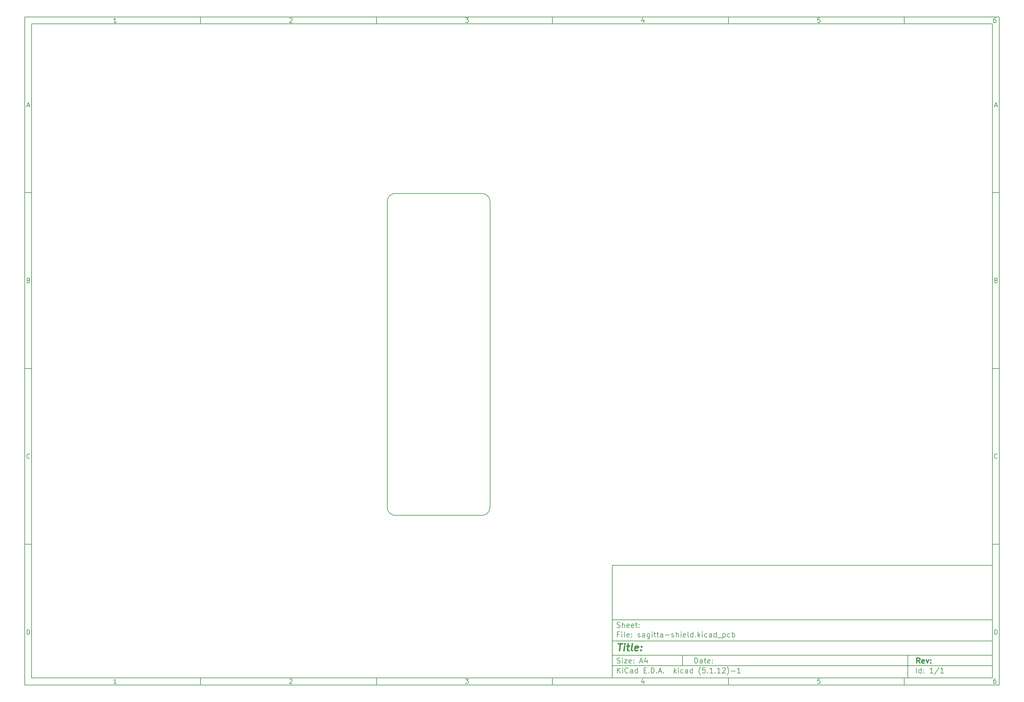
<source format=gbr>
G04 #@! TF.GenerationSoftware,KiCad,Pcbnew,(5.1.12)-1*
G04 #@! TF.CreationDate,2021-12-15T05:31:51+03:00*
G04 #@! TF.ProjectId,sagitta-shield,73616769-7474-4612-9d73-6869656c642e,rev?*
G04 #@! TF.SameCoordinates,Original*
G04 #@! TF.FileFunction,Profile,NP*
%FSLAX46Y46*%
G04 Gerber Fmt 4.6, Leading zero omitted, Abs format (unit mm)*
G04 Created by KiCad (PCBNEW (5.1.12)-1) date 2021-12-15 05:31:51*
%MOMM*%
%LPD*%
G01*
G04 APERTURE LIST*
%ADD10C,0.100000*%
%ADD11C,0.150000*%
%ADD12C,0.300000*%
%ADD13C,0.400000*%
G04 #@! TA.AperFunction,Profile*
%ADD14C,0.150000*%
G04 #@! TD*
G04 APERTURE END LIST*
D10*
D11*
X177002200Y-166007200D02*
X177002200Y-198007200D01*
X285002200Y-198007200D01*
X285002200Y-166007200D01*
X177002200Y-166007200D01*
D10*
D11*
X10000000Y-10000000D02*
X10000000Y-200007200D01*
X287002200Y-200007200D01*
X287002200Y-10000000D01*
X10000000Y-10000000D01*
D10*
D11*
X12000000Y-12000000D02*
X12000000Y-198007200D01*
X285002200Y-198007200D01*
X285002200Y-12000000D01*
X12000000Y-12000000D01*
D10*
D11*
X60000000Y-12000000D02*
X60000000Y-10000000D01*
D10*
D11*
X110000000Y-12000000D02*
X110000000Y-10000000D01*
D10*
D11*
X160000000Y-12000000D02*
X160000000Y-10000000D01*
D10*
D11*
X210000000Y-12000000D02*
X210000000Y-10000000D01*
D10*
D11*
X260000000Y-12000000D02*
X260000000Y-10000000D01*
D10*
D11*
X36065476Y-11588095D02*
X35322619Y-11588095D01*
X35694047Y-11588095D02*
X35694047Y-10288095D01*
X35570238Y-10473809D01*
X35446428Y-10597619D01*
X35322619Y-10659523D01*
D10*
D11*
X85322619Y-10411904D02*
X85384523Y-10350000D01*
X85508333Y-10288095D01*
X85817857Y-10288095D01*
X85941666Y-10350000D01*
X86003571Y-10411904D01*
X86065476Y-10535714D01*
X86065476Y-10659523D01*
X86003571Y-10845238D01*
X85260714Y-11588095D01*
X86065476Y-11588095D01*
D10*
D11*
X135260714Y-10288095D02*
X136065476Y-10288095D01*
X135632142Y-10783333D01*
X135817857Y-10783333D01*
X135941666Y-10845238D01*
X136003571Y-10907142D01*
X136065476Y-11030952D01*
X136065476Y-11340476D01*
X136003571Y-11464285D01*
X135941666Y-11526190D01*
X135817857Y-11588095D01*
X135446428Y-11588095D01*
X135322619Y-11526190D01*
X135260714Y-11464285D01*
D10*
D11*
X185941666Y-10721428D02*
X185941666Y-11588095D01*
X185632142Y-10226190D02*
X185322619Y-11154761D01*
X186127380Y-11154761D01*
D10*
D11*
X236003571Y-10288095D02*
X235384523Y-10288095D01*
X235322619Y-10907142D01*
X235384523Y-10845238D01*
X235508333Y-10783333D01*
X235817857Y-10783333D01*
X235941666Y-10845238D01*
X236003571Y-10907142D01*
X236065476Y-11030952D01*
X236065476Y-11340476D01*
X236003571Y-11464285D01*
X235941666Y-11526190D01*
X235817857Y-11588095D01*
X235508333Y-11588095D01*
X235384523Y-11526190D01*
X235322619Y-11464285D01*
D10*
D11*
X285941666Y-10288095D02*
X285694047Y-10288095D01*
X285570238Y-10350000D01*
X285508333Y-10411904D01*
X285384523Y-10597619D01*
X285322619Y-10845238D01*
X285322619Y-11340476D01*
X285384523Y-11464285D01*
X285446428Y-11526190D01*
X285570238Y-11588095D01*
X285817857Y-11588095D01*
X285941666Y-11526190D01*
X286003571Y-11464285D01*
X286065476Y-11340476D01*
X286065476Y-11030952D01*
X286003571Y-10907142D01*
X285941666Y-10845238D01*
X285817857Y-10783333D01*
X285570238Y-10783333D01*
X285446428Y-10845238D01*
X285384523Y-10907142D01*
X285322619Y-11030952D01*
D10*
D11*
X60000000Y-198007200D02*
X60000000Y-200007200D01*
D10*
D11*
X110000000Y-198007200D02*
X110000000Y-200007200D01*
D10*
D11*
X160000000Y-198007200D02*
X160000000Y-200007200D01*
D10*
D11*
X210000000Y-198007200D02*
X210000000Y-200007200D01*
D10*
D11*
X260000000Y-198007200D02*
X260000000Y-200007200D01*
D10*
D11*
X36065476Y-199595295D02*
X35322619Y-199595295D01*
X35694047Y-199595295D02*
X35694047Y-198295295D01*
X35570238Y-198481009D01*
X35446428Y-198604819D01*
X35322619Y-198666723D01*
D10*
D11*
X85322619Y-198419104D02*
X85384523Y-198357200D01*
X85508333Y-198295295D01*
X85817857Y-198295295D01*
X85941666Y-198357200D01*
X86003571Y-198419104D01*
X86065476Y-198542914D01*
X86065476Y-198666723D01*
X86003571Y-198852438D01*
X85260714Y-199595295D01*
X86065476Y-199595295D01*
D10*
D11*
X135260714Y-198295295D02*
X136065476Y-198295295D01*
X135632142Y-198790533D01*
X135817857Y-198790533D01*
X135941666Y-198852438D01*
X136003571Y-198914342D01*
X136065476Y-199038152D01*
X136065476Y-199347676D01*
X136003571Y-199471485D01*
X135941666Y-199533390D01*
X135817857Y-199595295D01*
X135446428Y-199595295D01*
X135322619Y-199533390D01*
X135260714Y-199471485D01*
D10*
D11*
X185941666Y-198728628D02*
X185941666Y-199595295D01*
X185632142Y-198233390D02*
X185322619Y-199161961D01*
X186127380Y-199161961D01*
D10*
D11*
X236003571Y-198295295D02*
X235384523Y-198295295D01*
X235322619Y-198914342D01*
X235384523Y-198852438D01*
X235508333Y-198790533D01*
X235817857Y-198790533D01*
X235941666Y-198852438D01*
X236003571Y-198914342D01*
X236065476Y-199038152D01*
X236065476Y-199347676D01*
X236003571Y-199471485D01*
X235941666Y-199533390D01*
X235817857Y-199595295D01*
X235508333Y-199595295D01*
X235384523Y-199533390D01*
X235322619Y-199471485D01*
D10*
D11*
X285941666Y-198295295D02*
X285694047Y-198295295D01*
X285570238Y-198357200D01*
X285508333Y-198419104D01*
X285384523Y-198604819D01*
X285322619Y-198852438D01*
X285322619Y-199347676D01*
X285384523Y-199471485D01*
X285446428Y-199533390D01*
X285570238Y-199595295D01*
X285817857Y-199595295D01*
X285941666Y-199533390D01*
X286003571Y-199471485D01*
X286065476Y-199347676D01*
X286065476Y-199038152D01*
X286003571Y-198914342D01*
X285941666Y-198852438D01*
X285817857Y-198790533D01*
X285570238Y-198790533D01*
X285446428Y-198852438D01*
X285384523Y-198914342D01*
X285322619Y-199038152D01*
D10*
D11*
X10000000Y-60000000D02*
X12000000Y-60000000D01*
D10*
D11*
X10000000Y-110000000D02*
X12000000Y-110000000D01*
D10*
D11*
X10000000Y-160000000D02*
X12000000Y-160000000D01*
D10*
D11*
X10690476Y-35216666D02*
X11309523Y-35216666D01*
X10566666Y-35588095D02*
X11000000Y-34288095D01*
X11433333Y-35588095D01*
D10*
D11*
X11092857Y-84907142D02*
X11278571Y-84969047D01*
X11340476Y-85030952D01*
X11402380Y-85154761D01*
X11402380Y-85340476D01*
X11340476Y-85464285D01*
X11278571Y-85526190D01*
X11154761Y-85588095D01*
X10659523Y-85588095D01*
X10659523Y-84288095D01*
X11092857Y-84288095D01*
X11216666Y-84350000D01*
X11278571Y-84411904D01*
X11340476Y-84535714D01*
X11340476Y-84659523D01*
X11278571Y-84783333D01*
X11216666Y-84845238D01*
X11092857Y-84907142D01*
X10659523Y-84907142D01*
D10*
D11*
X11402380Y-135464285D02*
X11340476Y-135526190D01*
X11154761Y-135588095D01*
X11030952Y-135588095D01*
X10845238Y-135526190D01*
X10721428Y-135402380D01*
X10659523Y-135278571D01*
X10597619Y-135030952D01*
X10597619Y-134845238D01*
X10659523Y-134597619D01*
X10721428Y-134473809D01*
X10845238Y-134350000D01*
X11030952Y-134288095D01*
X11154761Y-134288095D01*
X11340476Y-134350000D01*
X11402380Y-134411904D01*
D10*
D11*
X10659523Y-185588095D02*
X10659523Y-184288095D01*
X10969047Y-184288095D01*
X11154761Y-184350000D01*
X11278571Y-184473809D01*
X11340476Y-184597619D01*
X11402380Y-184845238D01*
X11402380Y-185030952D01*
X11340476Y-185278571D01*
X11278571Y-185402380D01*
X11154761Y-185526190D01*
X10969047Y-185588095D01*
X10659523Y-185588095D01*
D10*
D11*
X287002200Y-60000000D02*
X285002200Y-60000000D01*
D10*
D11*
X287002200Y-110000000D02*
X285002200Y-110000000D01*
D10*
D11*
X287002200Y-160000000D02*
X285002200Y-160000000D01*
D10*
D11*
X285692676Y-35216666D02*
X286311723Y-35216666D01*
X285568866Y-35588095D02*
X286002200Y-34288095D01*
X286435533Y-35588095D01*
D10*
D11*
X286095057Y-84907142D02*
X286280771Y-84969047D01*
X286342676Y-85030952D01*
X286404580Y-85154761D01*
X286404580Y-85340476D01*
X286342676Y-85464285D01*
X286280771Y-85526190D01*
X286156961Y-85588095D01*
X285661723Y-85588095D01*
X285661723Y-84288095D01*
X286095057Y-84288095D01*
X286218866Y-84350000D01*
X286280771Y-84411904D01*
X286342676Y-84535714D01*
X286342676Y-84659523D01*
X286280771Y-84783333D01*
X286218866Y-84845238D01*
X286095057Y-84907142D01*
X285661723Y-84907142D01*
D10*
D11*
X286404580Y-135464285D02*
X286342676Y-135526190D01*
X286156961Y-135588095D01*
X286033152Y-135588095D01*
X285847438Y-135526190D01*
X285723628Y-135402380D01*
X285661723Y-135278571D01*
X285599819Y-135030952D01*
X285599819Y-134845238D01*
X285661723Y-134597619D01*
X285723628Y-134473809D01*
X285847438Y-134350000D01*
X286033152Y-134288095D01*
X286156961Y-134288095D01*
X286342676Y-134350000D01*
X286404580Y-134411904D01*
D10*
D11*
X285661723Y-185588095D02*
X285661723Y-184288095D01*
X285971247Y-184288095D01*
X286156961Y-184350000D01*
X286280771Y-184473809D01*
X286342676Y-184597619D01*
X286404580Y-184845238D01*
X286404580Y-185030952D01*
X286342676Y-185278571D01*
X286280771Y-185402380D01*
X286156961Y-185526190D01*
X285971247Y-185588095D01*
X285661723Y-185588095D01*
D10*
D11*
X200434342Y-193785771D02*
X200434342Y-192285771D01*
X200791485Y-192285771D01*
X201005771Y-192357200D01*
X201148628Y-192500057D01*
X201220057Y-192642914D01*
X201291485Y-192928628D01*
X201291485Y-193142914D01*
X201220057Y-193428628D01*
X201148628Y-193571485D01*
X201005771Y-193714342D01*
X200791485Y-193785771D01*
X200434342Y-193785771D01*
X202577200Y-193785771D02*
X202577200Y-193000057D01*
X202505771Y-192857200D01*
X202362914Y-192785771D01*
X202077200Y-192785771D01*
X201934342Y-192857200D01*
X202577200Y-193714342D02*
X202434342Y-193785771D01*
X202077200Y-193785771D01*
X201934342Y-193714342D01*
X201862914Y-193571485D01*
X201862914Y-193428628D01*
X201934342Y-193285771D01*
X202077200Y-193214342D01*
X202434342Y-193214342D01*
X202577200Y-193142914D01*
X203077200Y-192785771D02*
X203648628Y-192785771D01*
X203291485Y-192285771D02*
X203291485Y-193571485D01*
X203362914Y-193714342D01*
X203505771Y-193785771D01*
X203648628Y-193785771D01*
X204720057Y-193714342D02*
X204577200Y-193785771D01*
X204291485Y-193785771D01*
X204148628Y-193714342D01*
X204077200Y-193571485D01*
X204077200Y-193000057D01*
X204148628Y-192857200D01*
X204291485Y-192785771D01*
X204577200Y-192785771D01*
X204720057Y-192857200D01*
X204791485Y-193000057D01*
X204791485Y-193142914D01*
X204077200Y-193285771D01*
X205434342Y-193642914D02*
X205505771Y-193714342D01*
X205434342Y-193785771D01*
X205362914Y-193714342D01*
X205434342Y-193642914D01*
X205434342Y-193785771D01*
X205434342Y-192857200D02*
X205505771Y-192928628D01*
X205434342Y-193000057D01*
X205362914Y-192928628D01*
X205434342Y-192857200D01*
X205434342Y-193000057D01*
D10*
D11*
X177002200Y-194507200D02*
X285002200Y-194507200D01*
D10*
D11*
X178434342Y-196585771D02*
X178434342Y-195085771D01*
X179291485Y-196585771D02*
X178648628Y-195728628D01*
X179291485Y-195085771D02*
X178434342Y-195942914D01*
X179934342Y-196585771D02*
X179934342Y-195585771D01*
X179934342Y-195085771D02*
X179862914Y-195157200D01*
X179934342Y-195228628D01*
X180005771Y-195157200D01*
X179934342Y-195085771D01*
X179934342Y-195228628D01*
X181505771Y-196442914D02*
X181434342Y-196514342D01*
X181220057Y-196585771D01*
X181077200Y-196585771D01*
X180862914Y-196514342D01*
X180720057Y-196371485D01*
X180648628Y-196228628D01*
X180577200Y-195942914D01*
X180577200Y-195728628D01*
X180648628Y-195442914D01*
X180720057Y-195300057D01*
X180862914Y-195157200D01*
X181077200Y-195085771D01*
X181220057Y-195085771D01*
X181434342Y-195157200D01*
X181505771Y-195228628D01*
X182791485Y-196585771D02*
X182791485Y-195800057D01*
X182720057Y-195657200D01*
X182577200Y-195585771D01*
X182291485Y-195585771D01*
X182148628Y-195657200D01*
X182791485Y-196514342D02*
X182648628Y-196585771D01*
X182291485Y-196585771D01*
X182148628Y-196514342D01*
X182077200Y-196371485D01*
X182077200Y-196228628D01*
X182148628Y-196085771D01*
X182291485Y-196014342D01*
X182648628Y-196014342D01*
X182791485Y-195942914D01*
X184148628Y-196585771D02*
X184148628Y-195085771D01*
X184148628Y-196514342D02*
X184005771Y-196585771D01*
X183720057Y-196585771D01*
X183577200Y-196514342D01*
X183505771Y-196442914D01*
X183434342Y-196300057D01*
X183434342Y-195871485D01*
X183505771Y-195728628D01*
X183577200Y-195657200D01*
X183720057Y-195585771D01*
X184005771Y-195585771D01*
X184148628Y-195657200D01*
X186005771Y-195800057D02*
X186505771Y-195800057D01*
X186720057Y-196585771D02*
X186005771Y-196585771D01*
X186005771Y-195085771D01*
X186720057Y-195085771D01*
X187362914Y-196442914D02*
X187434342Y-196514342D01*
X187362914Y-196585771D01*
X187291485Y-196514342D01*
X187362914Y-196442914D01*
X187362914Y-196585771D01*
X188077200Y-196585771D02*
X188077200Y-195085771D01*
X188434342Y-195085771D01*
X188648628Y-195157200D01*
X188791485Y-195300057D01*
X188862914Y-195442914D01*
X188934342Y-195728628D01*
X188934342Y-195942914D01*
X188862914Y-196228628D01*
X188791485Y-196371485D01*
X188648628Y-196514342D01*
X188434342Y-196585771D01*
X188077200Y-196585771D01*
X189577200Y-196442914D02*
X189648628Y-196514342D01*
X189577200Y-196585771D01*
X189505771Y-196514342D01*
X189577200Y-196442914D01*
X189577200Y-196585771D01*
X190220057Y-196157200D02*
X190934342Y-196157200D01*
X190077200Y-196585771D02*
X190577200Y-195085771D01*
X191077200Y-196585771D01*
X191577200Y-196442914D02*
X191648628Y-196514342D01*
X191577200Y-196585771D01*
X191505771Y-196514342D01*
X191577200Y-196442914D01*
X191577200Y-196585771D01*
X194577200Y-196585771D02*
X194577200Y-195085771D01*
X194720057Y-196014342D02*
X195148628Y-196585771D01*
X195148628Y-195585771D02*
X194577200Y-196157200D01*
X195791485Y-196585771D02*
X195791485Y-195585771D01*
X195791485Y-195085771D02*
X195720057Y-195157200D01*
X195791485Y-195228628D01*
X195862914Y-195157200D01*
X195791485Y-195085771D01*
X195791485Y-195228628D01*
X197148628Y-196514342D02*
X197005771Y-196585771D01*
X196720057Y-196585771D01*
X196577200Y-196514342D01*
X196505771Y-196442914D01*
X196434342Y-196300057D01*
X196434342Y-195871485D01*
X196505771Y-195728628D01*
X196577200Y-195657200D01*
X196720057Y-195585771D01*
X197005771Y-195585771D01*
X197148628Y-195657200D01*
X198434342Y-196585771D02*
X198434342Y-195800057D01*
X198362914Y-195657200D01*
X198220057Y-195585771D01*
X197934342Y-195585771D01*
X197791485Y-195657200D01*
X198434342Y-196514342D02*
X198291485Y-196585771D01*
X197934342Y-196585771D01*
X197791485Y-196514342D01*
X197720057Y-196371485D01*
X197720057Y-196228628D01*
X197791485Y-196085771D01*
X197934342Y-196014342D01*
X198291485Y-196014342D01*
X198434342Y-195942914D01*
X199791485Y-196585771D02*
X199791485Y-195085771D01*
X199791485Y-196514342D02*
X199648628Y-196585771D01*
X199362914Y-196585771D01*
X199220057Y-196514342D01*
X199148628Y-196442914D01*
X199077200Y-196300057D01*
X199077200Y-195871485D01*
X199148628Y-195728628D01*
X199220057Y-195657200D01*
X199362914Y-195585771D01*
X199648628Y-195585771D01*
X199791485Y-195657200D01*
X202077200Y-197157200D02*
X202005771Y-197085771D01*
X201862914Y-196871485D01*
X201791485Y-196728628D01*
X201720057Y-196514342D01*
X201648628Y-196157200D01*
X201648628Y-195871485D01*
X201720057Y-195514342D01*
X201791485Y-195300057D01*
X201862914Y-195157200D01*
X202005771Y-194942914D01*
X202077200Y-194871485D01*
X203362914Y-195085771D02*
X202648628Y-195085771D01*
X202577200Y-195800057D01*
X202648628Y-195728628D01*
X202791485Y-195657200D01*
X203148628Y-195657200D01*
X203291485Y-195728628D01*
X203362914Y-195800057D01*
X203434342Y-195942914D01*
X203434342Y-196300057D01*
X203362914Y-196442914D01*
X203291485Y-196514342D01*
X203148628Y-196585771D01*
X202791485Y-196585771D01*
X202648628Y-196514342D01*
X202577200Y-196442914D01*
X204077200Y-196442914D02*
X204148628Y-196514342D01*
X204077200Y-196585771D01*
X204005771Y-196514342D01*
X204077200Y-196442914D01*
X204077200Y-196585771D01*
X205577200Y-196585771D02*
X204720057Y-196585771D01*
X205148628Y-196585771D02*
X205148628Y-195085771D01*
X205005771Y-195300057D01*
X204862914Y-195442914D01*
X204720057Y-195514342D01*
X206220057Y-196442914D02*
X206291485Y-196514342D01*
X206220057Y-196585771D01*
X206148628Y-196514342D01*
X206220057Y-196442914D01*
X206220057Y-196585771D01*
X207720057Y-196585771D02*
X206862914Y-196585771D01*
X207291485Y-196585771D02*
X207291485Y-195085771D01*
X207148628Y-195300057D01*
X207005771Y-195442914D01*
X206862914Y-195514342D01*
X208291485Y-195228628D02*
X208362914Y-195157200D01*
X208505771Y-195085771D01*
X208862914Y-195085771D01*
X209005771Y-195157200D01*
X209077200Y-195228628D01*
X209148628Y-195371485D01*
X209148628Y-195514342D01*
X209077200Y-195728628D01*
X208220057Y-196585771D01*
X209148628Y-196585771D01*
X209648628Y-197157200D02*
X209720057Y-197085771D01*
X209862914Y-196871485D01*
X209934342Y-196728628D01*
X210005771Y-196514342D01*
X210077200Y-196157200D01*
X210077200Y-195871485D01*
X210005771Y-195514342D01*
X209934342Y-195300057D01*
X209862914Y-195157200D01*
X209720057Y-194942914D01*
X209648628Y-194871485D01*
X210791485Y-196014342D02*
X211934342Y-196014342D01*
X213434342Y-196585771D02*
X212577200Y-196585771D01*
X213005771Y-196585771D02*
X213005771Y-195085771D01*
X212862914Y-195300057D01*
X212720057Y-195442914D01*
X212577200Y-195514342D01*
D10*
D11*
X177002200Y-191507200D02*
X285002200Y-191507200D01*
D10*
D12*
X264411485Y-193785771D02*
X263911485Y-193071485D01*
X263554342Y-193785771D02*
X263554342Y-192285771D01*
X264125771Y-192285771D01*
X264268628Y-192357200D01*
X264340057Y-192428628D01*
X264411485Y-192571485D01*
X264411485Y-192785771D01*
X264340057Y-192928628D01*
X264268628Y-193000057D01*
X264125771Y-193071485D01*
X263554342Y-193071485D01*
X265625771Y-193714342D02*
X265482914Y-193785771D01*
X265197200Y-193785771D01*
X265054342Y-193714342D01*
X264982914Y-193571485D01*
X264982914Y-193000057D01*
X265054342Y-192857200D01*
X265197200Y-192785771D01*
X265482914Y-192785771D01*
X265625771Y-192857200D01*
X265697200Y-193000057D01*
X265697200Y-193142914D01*
X264982914Y-193285771D01*
X266197200Y-192785771D02*
X266554342Y-193785771D01*
X266911485Y-192785771D01*
X267482914Y-193642914D02*
X267554342Y-193714342D01*
X267482914Y-193785771D01*
X267411485Y-193714342D01*
X267482914Y-193642914D01*
X267482914Y-193785771D01*
X267482914Y-192857200D02*
X267554342Y-192928628D01*
X267482914Y-193000057D01*
X267411485Y-192928628D01*
X267482914Y-192857200D01*
X267482914Y-193000057D01*
D10*
D11*
X178362914Y-193714342D02*
X178577200Y-193785771D01*
X178934342Y-193785771D01*
X179077200Y-193714342D01*
X179148628Y-193642914D01*
X179220057Y-193500057D01*
X179220057Y-193357200D01*
X179148628Y-193214342D01*
X179077200Y-193142914D01*
X178934342Y-193071485D01*
X178648628Y-193000057D01*
X178505771Y-192928628D01*
X178434342Y-192857200D01*
X178362914Y-192714342D01*
X178362914Y-192571485D01*
X178434342Y-192428628D01*
X178505771Y-192357200D01*
X178648628Y-192285771D01*
X179005771Y-192285771D01*
X179220057Y-192357200D01*
X179862914Y-193785771D02*
X179862914Y-192785771D01*
X179862914Y-192285771D02*
X179791485Y-192357200D01*
X179862914Y-192428628D01*
X179934342Y-192357200D01*
X179862914Y-192285771D01*
X179862914Y-192428628D01*
X180434342Y-192785771D02*
X181220057Y-192785771D01*
X180434342Y-193785771D01*
X181220057Y-193785771D01*
X182362914Y-193714342D02*
X182220057Y-193785771D01*
X181934342Y-193785771D01*
X181791485Y-193714342D01*
X181720057Y-193571485D01*
X181720057Y-193000057D01*
X181791485Y-192857200D01*
X181934342Y-192785771D01*
X182220057Y-192785771D01*
X182362914Y-192857200D01*
X182434342Y-193000057D01*
X182434342Y-193142914D01*
X181720057Y-193285771D01*
X183077200Y-193642914D02*
X183148628Y-193714342D01*
X183077200Y-193785771D01*
X183005771Y-193714342D01*
X183077200Y-193642914D01*
X183077200Y-193785771D01*
X183077200Y-192857200D02*
X183148628Y-192928628D01*
X183077200Y-193000057D01*
X183005771Y-192928628D01*
X183077200Y-192857200D01*
X183077200Y-193000057D01*
X184862914Y-193357200D02*
X185577200Y-193357200D01*
X184720057Y-193785771D02*
X185220057Y-192285771D01*
X185720057Y-193785771D01*
X186862914Y-192785771D02*
X186862914Y-193785771D01*
X186505771Y-192214342D02*
X186148628Y-193285771D01*
X187077200Y-193285771D01*
D10*
D11*
X263434342Y-196585771D02*
X263434342Y-195085771D01*
X264791485Y-196585771D02*
X264791485Y-195085771D01*
X264791485Y-196514342D02*
X264648628Y-196585771D01*
X264362914Y-196585771D01*
X264220057Y-196514342D01*
X264148628Y-196442914D01*
X264077200Y-196300057D01*
X264077200Y-195871485D01*
X264148628Y-195728628D01*
X264220057Y-195657200D01*
X264362914Y-195585771D01*
X264648628Y-195585771D01*
X264791485Y-195657200D01*
X265505771Y-196442914D02*
X265577200Y-196514342D01*
X265505771Y-196585771D01*
X265434342Y-196514342D01*
X265505771Y-196442914D01*
X265505771Y-196585771D01*
X265505771Y-195657200D02*
X265577200Y-195728628D01*
X265505771Y-195800057D01*
X265434342Y-195728628D01*
X265505771Y-195657200D01*
X265505771Y-195800057D01*
X268148628Y-196585771D02*
X267291485Y-196585771D01*
X267720057Y-196585771D02*
X267720057Y-195085771D01*
X267577200Y-195300057D01*
X267434342Y-195442914D01*
X267291485Y-195514342D01*
X269862914Y-195014342D02*
X268577200Y-196942914D01*
X271148628Y-196585771D02*
X270291485Y-196585771D01*
X270720057Y-196585771D02*
X270720057Y-195085771D01*
X270577200Y-195300057D01*
X270434342Y-195442914D01*
X270291485Y-195514342D01*
D10*
D11*
X177002200Y-187507200D02*
X285002200Y-187507200D01*
D10*
D13*
X178714580Y-188211961D02*
X179857438Y-188211961D01*
X179036009Y-190211961D02*
X179286009Y-188211961D01*
X180274104Y-190211961D02*
X180440771Y-188878628D01*
X180524104Y-188211961D02*
X180416961Y-188307200D01*
X180500295Y-188402438D01*
X180607438Y-188307200D01*
X180524104Y-188211961D01*
X180500295Y-188402438D01*
X181107438Y-188878628D02*
X181869342Y-188878628D01*
X181476485Y-188211961D02*
X181262200Y-189926247D01*
X181333628Y-190116723D01*
X181512200Y-190211961D01*
X181702676Y-190211961D01*
X182655057Y-190211961D02*
X182476485Y-190116723D01*
X182405057Y-189926247D01*
X182619342Y-188211961D01*
X184190771Y-190116723D02*
X183988390Y-190211961D01*
X183607438Y-190211961D01*
X183428866Y-190116723D01*
X183357438Y-189926247D01*
X183452676Y-189164342D01*
X183571723Y-188973866D01*
X183774104Y-188878628D01*
X184155057Y-188878628D01*
X184333628Y-188973866D01*
X184405057Y-189164342D01*
X184381247Y-189354819D01*
X183405057Y-189545295D01*
X185155057Y-190021485D02*
X185238390Y-190116723D01*
X185131247Y-190211961D01*
X185047914Y-190116723D01*
X185155057Y-190021485D01*
X185131247Y-190211961D01*
X185286009Y-188973866D02*
X185369342Y-189069104D01*
X185262200Y-189164342D01*
X185178866Y-189069104D01*
X185286009Y-188973866D01*
X185262200Y-189164342D01*
D10*
D11*
X178934342Y-185600057D02*
X178434342Y-185600057D01*
X178434342Y-186385771D02*
X178434342Y-184885771D01*
X179148628Y-184885771D01*
X179720057Y-186385771D02*
X179720057Y-185385771D01*
X179720057Y-184885771D02*
X179648628Y-184957200D01*
X179720057Y-185028628D01*
X179791485Y-184957200D01*
X179720057Y-184885771D01*
X179720057Y-185028628D01*
X180648628Y-186385771D02*
X180505771Y-186314342D01*
X180434342Y-186171485D01*
X180434342Y-184885771D01*
X181791485Y-186314342D02*
X181648628Y-186385771D01*
X181362914Y-186385771D01*
X181220057Y-186314342D01*
X181148628Y-186171485D01*
X181148628Y-185600057D01*
X181220057Y-185457200D01*
X181362914Y-185385771D01*
X181648628Y-185385771D01*
X181791485Y-185457200D01*
X181862914Y-185600057D01*
X181862914Y-185742914D01*
X181148628Y-185885771D01*
X182505771Y-186242914D02*
X182577200Y-186314342D01*
X182505771Y-186385771D01*
X182434342Y-186314342D01*
X182505771Y-186242914D01*
X182505771Y-186385771D01*
X182505771Y-185457200D02*
X182577200Y-185528628D01*
X182505771Y-185600057D01*
X182434342Y-185528628D01*
X182505771Y-185457200D01*
X182505771Y-185600057D01*
X184291485Y-186314342D02*
X184434342Y-186385771D01*
X184720057Y-186385771D01*
X184862914Y-186314342D01*
X184934342Y-186171485D01*
X184934342Y-186100057D01*
X184862914Y-185957200D01*
X184720057Y-185885771D01*
X184505771Y-185885771D01*
X184362914Y-185814342D01*
X184291485Y-185671485D01*
X184291485Y-185600057D01*
X184362914Y-185457200D01*
X184505771Y-185385771D01*
X184720057Y-185385771D01*
X184862914Y-185457200D01*
X186220057Y-186385771D02*
X186220057Y-185600057D01*
X186148628Y-185457200D01*
X186005771Y-185385771D01*
X185720057Y-185385771D01*
X185577200Y-185457200D01*
X186220057Y-186314342D02*
X186077200Y-186385771D01*
X185720057Y-186385771D01*
X185577200Y-186314342D01*
X185505771Y-186171485D01*
X185505771Y-186028628D01*
X185577200Y-185885771D01*
X185720057Y-185814342D01*
X186077200Y-185814342D01*
X186220057Y-185742914D01*
X187577200Y-185385771D02*
X187577200Y-186600057D01*
X187505771Y-186742914D01*
X187434342Y-186814342D01*
X187291485Y-186885771D01*
X187077200Y-186885771D01*
X186934342Y-186814342D01*
X187577200Y-186314342D02*
X187434342Y-186385771D01*
X187148628Y-186385771D01*
X187005771Y-186314342D01*
X186934342Y-186242914D01*
X186862914Y-186100057D01*
X186862914Y-185671485D01*
X186934342Y-185528628D01*
X187005771Y-185457200D01*
X187148628Y-185385771D01*
X187434342Y-185385771D01*
X187577200Y-185457200D01*
X188291485Y-186385771D02*
X188291485Y-185385771D01*
X188291485Y-184885771D02*
X188220057Y-184957200D01*
X188291485Y-185028628D01*
X188362914Y-184957200D01*
X188291485Y-184885771D01*
X188291485Y-185028628D01*
X188791485Y-185385771D02*
X189362914Y-185385771D01*
X189005771Y-184885771D02*
X189005771Y-186171485D01*
X189077200Y-186314342D01*
X189220057Y-186385771D01*
X189362914Y-186385771D01*
X189648628Y-185385771D02*
X190220057Y-185385771D01*
X189862914Y-184885771D02*
X189862914Y-186171485D01*
X189934342Y-186314342D01*
X190077200Y-186385771D01*
X190220057Y-186385771D01*
X191362914Y-186385771D02*
X191362914Y-185600057D01*
X191291485Y-185457200D01*
X191148628Y-185385771D01*
X190862914Y-185385771D01*
X190720057Y-185457200D01*
X191362914Y-186314342D02*
X191220057Y-186385771D01*
X190862914Y-186385771D01*
X190720057Y-186314342D01*
X190648628Y-186171485D01*
X190648628Y-186028628D01*
X190720057Y-185885771D01*
X190862914Y-185814342D01*
X191220057Y-185814342D01*
X191362914Y-185742914D01*
X192077200Y-185814342D02*
X193220057Y-185814342D01*
X193862914Y-186314342D02*
X194005771Y-186385771D01*
X194291485Y-186385771D01*
X194434342Y-186314342D01*
X194505771Y-186171485D01*
X194505771Y-186100057D01*
X194434342Y-185957200D01*
X194291485Y-185885771D01*
X194077200Y-185885771D01*
X193934342Y-185814342D01*
X193862914Y-185671485D01*
X193862914Y-185600057D01*
X193934342Y-185457200D01*
X194077200Y-185385771D01*
X194291485Y-185385771D01*
X194434342Y-185457200D01*
X195148628Y-186385771D02*
X195148628Y-184885771D01*
X195791485Y-186385771D02*
X195791485Y-185600057D01*
X195720057Y-185457200D01*
X195577200Y-185385771D01*
X195362914Y-185385771D01*
X195220057Y-185457200D01*
X195148628Y-185528628D01*
X196505771Y-186385771D02*
X196505771Y-185385771D01*
X196505771Y-184885771D02*
X196434342Y-184957200D01*
X196505771Y-185028628D01*
X196577200Y-184957200D01*
X196505771Y-184885771D01*
X196505771Y-185028628D01*
X197791485Y-186314342D02*
X197648628Y-186385771D01*
X197362914Y-186385771D01*
X197220057Y-186314342D01*
X197148628Y-186171485D01*
X197148628Y-185600057D01*
X197220057Y-185457200D01*
X197362914Y-185385771D01*
X197648628Y-185385771D01*
X197791485Y-185457200D01*
X197862914Y-185600057D01*
X197862914Y-185742914D01*
X197148628Y-185885771D01*
X198720057Y-186385771D02*
X198577200Y-186314342D01*
X198505771Y-186171485D01*
X198505771Y-184885771D01*
X199934342Y-186385771D02*
X199934342Y-184885771D01*
X199934342Y-186314342D02*
X199791485Y-186385771D01*
X199505771Y-186385771D01*
X199362914Y-186314342D01*
X199291485Y-186242914D01*
X199220057Y-186100057D01*
X199220057Y-185671485D01*
X199291485Y-185528628D01*
X199362914Y-185457200D01*
X199505771Y-185385771D01*
X199791485Y-185385771D01*
X199934342Y-185457200D01*
X200648628Y-186242914D02*
X200720057Y-186314342D01*
X200648628Y-186385771D01*
X200577200Y-186314342D01*
X200648628Y-186242914D01*
X200648628Y-186385771D01*
X201362914Y-186385771D02*
X201362914Y-184885771D01*
X201505771Y-185814342D02*
X201934342Y-186385771D01*
X201934342Y-185385771D02*
X201362914Y-185957200D01*
X202577200Y-186385771D02*
X202577200Y-185385771D01*
X202577200Y-184885771D02*
X202505771Y-184957200D01*
X202577200Y-185028628D01*
X202648628Y-184957200D01*
X202577200Y-184885771D01*
X202577200Y-185028628D01*
X203934342Y-186314342D02*
X203791485Y-186385771D01*
X203505771Y-186385771D01*
X203362914Y-186314342D01*
X203291485Y-186242914D01*
X203220057Y-186100057D01*
X203220057Y-185671485D01*
X203291485Y-185528628D01*
X203362914Y-185457200D01*
X203505771Y-185385771D01*
X203791485Y-185385771D01*
X203934342Y-185457200D01*
X205220057Y-186385771D02*
X205220057Y-185600057D01*
X205148628Y-185457200D01*
X205005771Y-185385771D01*
X204720057Y-185385771D01*
X204577200Y-185457200D01*
X205220057Y-186314342D02*
X205077200Y-186385771D01*
X204720057Y-186385771D01*
X204577200Y-186314342D01*
X204505771Y-186171485D01*
X204505771Y-186028628D01*
X204577200Y-185885771D01*
X204720057Y-185814342D01*
X205077200Y-185814342D01*
X205220057Y-185742914D01*
X206577200Y-186385771D02*
X206577200Y-184885771D01*
X206577200Y-186314342D02*
X206434342Y-186385771D01*
X206148628Y-186385771D01*
X206005771Y-186314342D01*
X205934342Y-186242914D01*
X205862914Y-186100057D01*
X205862914Y-185671485D01*
X205934342Y-185528628D01*
X206005771Y-185457200D01*
X206148628Y-185385771D01*
X206434342Y-185385771D01*
X206577200Y-185457200D01*
X206934342Y-186528628D02*
X208077200Y-186528628D01*
X208434342Y-185385771D02*
X208434342Y-186885771D01*
X208434342Y-185457200D02*
X208577200Y-185385771D01*
X208862914Y-185385771D01*
X209005771Y-185457200D01*
X209077200Y-185528628D01*
X209148628Y-185671485D01*
X209148628Y-186100057D01*
X209077200Y-186242914D01*
X209005771Y-186314342D01*
X208862914Y-186385771D01*
X208577200Y-186385771D01*
X208434342Y-186314342D01*
X210434342Y-186314342D02*
X210291485Y-186385771D01*
X210005771Y-186385771D01*
X209862914Y-186314342D01*
X209791485Y-186242914D01*
X209720057Y-186100057D01*
X209720057Y-185671485D01*
X209791485Y-185528628D01*
X209862914Y-185457200D01*
X210005771Y-185385771D01*
X210291485Y-185385771D01*
X210434342Y-185457200D01*
X211077200Y-186385771D02*
X211077200Y-184885771D01*
X211077200Y-185457200D02*
X211220057Y-185385771D01*
X211505771Y-185385771D01*
X211648628Y-185457200D01*
X211720057Y-185528628D01*
X211791485Y-185671485D01*
X211791485Y-186100057D01*
X211720057Y-186242914D01*
X211648628Y-186314342D01*
X211505771Y-186385771D01*
X211220057Y-186385771D01*
X211077200Y-186314342D01*
D10*
D11*
X177002200Y-181507200D02*
X285002200Y-181507200D01*
D10*
D11*
X178362914Y-183614342D02*
X178577200Y-183685771D01*
X178934342Y-183685771D01*
X179077200Y-183614342D01*
X179148628Y-183542914D01*
X179220057Y-183400057D01*
X179220057Y-183257200D01*
X179148628Y-183114342D01*
X179077200Y-183042914D01*
X178934342Y-182971485D01*
X178648628Y-182900057D01*
X178505771Y-182828628D01*
X178434342Y-182757200D01*
X178362914Y-182614342D01*
X178362914Y-182471485D01*
X178434342Y-182328628D01*
X178505771Y-182257200D01*
X178648628Y-182185771D01*
X179005771Y-182185771D01*
X179220057Y-182257200D01*
X179862914Y-183685771D02*
X179862914Y-182185771D01*
X180505771Y-183685771D02*
X180505771Y-182900057D01*
X180434342Y-182757200D01*
X180291485Y-182685771D01*
X180077200Y-182685771D01*
X179934342Y-182757200D01*
X179862914Y-182828628D01*
X181791485Y-183614342D02*
X181648628Y-183685771D01*
X181362914Y-183685771D01*
X181220057Y-183614342D01*
X181148628Y-183471485D01*
X181148628Y-182900057D01*
X181220057Y-182757200D01*
X181362914Y-182685771D01*
X181648628Y-182685771D01*
X181791485Y-182757200D01*
X181862914Y-182900057D01*
X181862914Y-183042914D01*
X181148628Y-183185771D01*
X183077200Y-183614342D02*
X182934342Y-183685771D01*
X182648628Y-183685771D01*
X182505771Y-183614342D01*
X182434342Y-183471485D01*
X182434342Y-182900057D01*
X182505771Y-182757200D01*
X182648628Y-182685771D01*
X182934342Y-182685771D01*
X183077200Y-182757200D01*
X183148628Y-182900057D01*
X183148628Y-183042914D01*
X182434342Y-183185771D01*
X183577200Y-182685771D02*
X184148628Y-182685771D01*
X183791485Y-182185771D02*
X183791485Y-183471485D01*
X183862914Y-183614342D01*
X184005771Y-183685771D01*
X184148628Y-183685771D01*
X184648628Y-183542914D02*
X184720057Y-183614342D01*
X184648628Y-183685771D01*
X184577200Y-183614342D01*
X184648628Y-183542914D01*
X184648628Y-183685771D01*
X184648628Y-182757200D02*
X184720057Y-182828628D01*
X184648628Y-182900057D01*
X184577200Y-182828628D01*
X184648628Y-182757200D01*
X184648628Y-182900057D01*
D10*
D11*
X197002200Y-191507200D02*
X197002200Y-194507200D01*
D10*
D11*
X261002200Y-191507200D02*
X261002200Y-198007200D01*
D14*
X115316000Y-151765000D02*
G75*
G02*
X113030000Y-149479000I0J2286000D01*
G01*
X142236480Y-149352196D02*
G75*
G02*
X139954000Y-151765000I-2282480J-126804D01*
G01*
X139954000Y-60198000D02*
G75*
G02*
X142240000Y-62484000I0J-2286000D01*
G01*
X113030000Y-62484000D02*
G75*
G02*
X115316000Y-60198000I2286000J0D01*
G01*
X113030000Y-149479000D02*
X113030000Y-62484000D01*
X139954000Y-151765000D02*
X115316000Y-151765000D01*
X142240000Y-62484000D02*
X142236480Y-149352196D01*
X115316000Y-60198000D02*
X139954000Y-60198000D01*
M02*

</source>
